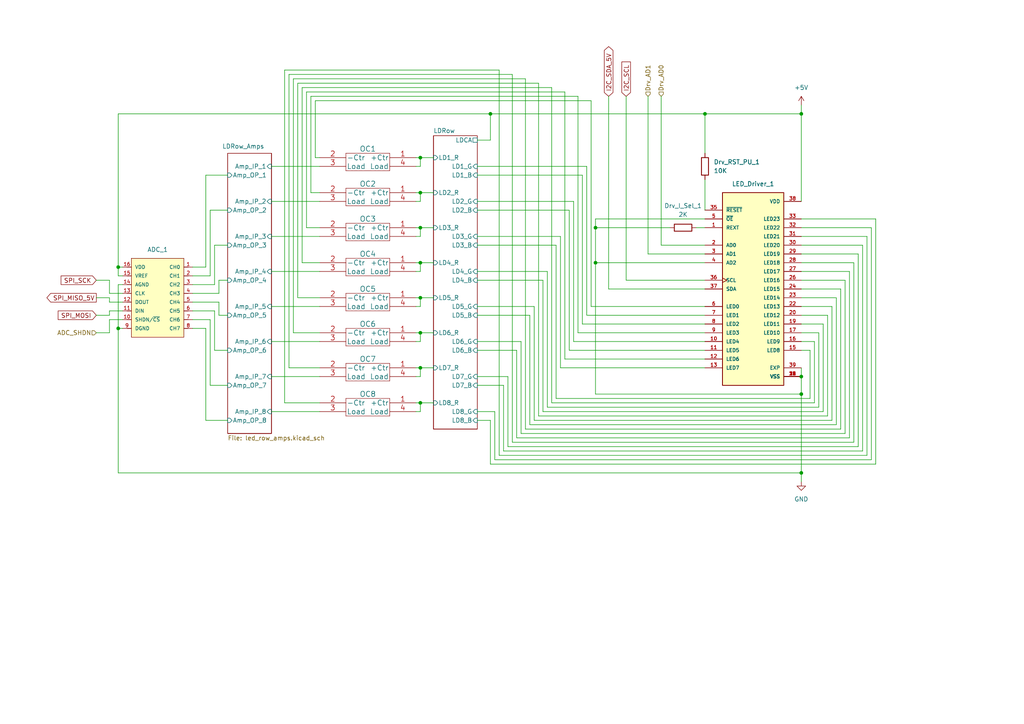
<source format=kicad_sch>
(kicad_sch (version 20211123) (generator eeschema)
  (paper "A4")
  (lib_symbols
    (symbol "ADC:MCU-MCP3008-I{brace}slash}P(DIP16-7.62MM)" (pin_names (offset 1.016))
      (property "Reference" "LED_Row_ADC_1" (at -0.381 15.24 0))
      (symbol "MCU-MCP3008-I{brace}slash}P(DIP16-7.62MM)_0_0"
        (rectangle (start -7.62 11.43) (end 7.62 -11.43) (stroke (width 0.1524)) (fill (type background)))
        (polyline (pts (xy -8.89 -8.89) (xy -7.62 -8.89)) (stroke (width 0.1524)))
        (polyline (pts (xy -8.89 -6.35) (xy -7.62 -6.35)) (stroke (width 0.1524)))
        (polyline (pts (xy -8.89 -3.81) (xy -7.62 -3.81)) (stroke (width 0.1524)))
        (polyline (pts (xy -8.89 -1.27) (xy -7.62 -1.27)) (stroke (width 0.1524)))
        (polyline (pts (xy -8.89 1.27) (xy -7.62 1.27)) (stroke (width 0.1524)))
        (polyline (pts (xy -8.89 3.81) (xy -7.62 3.81)) (stroke (width 0.1524)))
        (polyline (pts (xy -8.89 6.35) (xy -7.62 6.35)) (stroke (width 0.1524)))
        (polyline (pts (xy -8.89 8.89) (xy -7.62 8.89)) (stroke (width 0.1524)))
        (polyline (pts (xy 7.62 -8.89) (xy 8.89 -8.89)) (stroke (width 0.1524)))
        (polyline (pts (xy 7.62 -6.35) (xy 8.89 -6.35)) (stroke (width 0.1524)))
        (polyline (pts (xy 7.62 -3.81) (xy 8.89 -3.81)) (stroke (width 0.1524)))
        (polyline (pts (xy 7.62 -1.27) (xy 8.89 -1.27)) (stroke (width 0.1524)))
        (polyline (pts (xy 7.62 1.27) (xy 8.89 1.27)) (stroke (width 0.1524)))
        (polyline (pts (xy 7.62 3.81) (xy 8.89 3.81)) (stroke (width 0.1524)))
        (polyline (pts (xy 7.62 6.35) (xy 8.89 6.35)) (stroke (width 0.1524)))
        (polyline (pts (xy 7.62 8.89) (xy 8.89 8.89)) (stroke (width 0.1524)))
        (pin input line (at -10.16 8.89 0) (length 2.54) (name "CH0") (number "1"))
        (pin input line (at 10.16 -6.35 180) (length 2.54) (name "SHDN/~{CS}") (number "10"))
        (pin input line (at 10.16 -3.81 180) (length 2.54) (name "DIN") (number "11"))
        (pin output line (at 10.16 -1.27 180) (length 2.54) (name "DOUT") (number "12"))
        (pin input line (at 10.16 1.27 180) (length 2.54) (name "CLK") (number "13"))
        (pin power_in line (at 10.16 3.81 180) (length 2.54) (name "AGND") (number "14"))
        (pin input line (at 10.16 6.35 180) (length 2.54) (name "VREF") (number "15"))
        (pin power_in line (at 10.16 8.89 180) (length 2.54) (name "VDD") (number "16"))
        (pin input line (at -10.16 6.35 0) (length 2.54) (name "CH1") (number "2"))
        (pin input line (at -10.16 3.81 0) (length 2.54) (name "CH2") (number "3"))
        (pin input line (at -10.16 1.27 0) (length 2.54) (name "CH3") (number "4"))
        (pin input line (at -10.16 -1.27 0) (length 2.54) (name "CH4") (number "5"))
        (pin input line (at -10.16 -3.81 0) (length 2.54) (name "CH5") (number "6"))
        (pin input line (at -10.16 -6.35 0) (length 2.54) (name "CH6") (number "7"))
        (pin input line (at -10.16 -8.89 0) (length 2.54) (name "CH7") (number "8"))
        (pin input line (at 10.16 -8.89 180) (length 2.54) (name "DGND") (number "9"))
      )
    )
    (symbol "CPC1125N_1" (pin_names (offset 0.254))
      (property "Reference" "OC_1" (at 13.97 5.08 0))
      (symbol "CPC1125N_1_1_1"
        (polyline (pts (xy 7.62 -3.81) (xy 20.32 -3.81)) (stroke (width 0.127)))
        (polyline (pts (xy 7.62 1.27) (xy 7.62 -3.81)) (stroke (width 0.127)))
        (polyline (pts (xy 20.32 -3.81) (xy 20.32 1.27)) (stroke (width 0.127)))
        (polyline (pts (xy 20.32 1.27) (xy 7.62 1.27)) (stroke (width 0.127)))
        (pin unspecified line (at 0 0 0) (length 7.62) (name "+Ctr") (number "1"))
        (pin unspecified line (at 27.94 0 180) (length 7.62) (name "-Ctr") (number "2"))
        (pin unspecified line (at 27.94 -2.54 180) (length 7.62) (name "Load") (number "3"))
        (pin unspecified line (at 0 -2.54 0) (length 7.62) (name "Load") (number "4"))
      )
    )
    (symbol "Device:R" (pin_numbers hide) (pin_names (offset 0))
      (property "Reference" "R" (at 2.032 0 90))
      (property "Value" "R" (at 0 0 90))
      (symbol "R_0_1"
        (rectangle (start -1.016 -2.54) (end 1.016 2.54) (stroke (width 0.254)))
      )
      (symbol "R_1_1"
        (pin passive line (at 0 3.81 270) (length 1.27) (name "~") (number "1"))
        (pin passive line (at 0 -3.81 90) (length 1.27) (name "~") (number "2"))
      )
    )
    (symbol "LED Driver:PCA9956BTWY" (pin_names (offset 1.016))
      (property "Reference" "LED_Driver_1" (at 0 30.48 0))
      (symbol "PCA9956BTWY_0_0"
        (rectangle (start -8.89 27.94) (end 8.89 -27.94) (stroke (width 0.254)) (fill (type background)))
        (pin input line (at -13.97 17.78 0) (length 5.08) (name "REXT") (number "1"))
        (pin output line (at -13.97 -15.24 0) (length 5.08) (name "LED4") (number "10"))
        (pin output line (at -13.97 -17.78 0) (length 5.08) (name "LED5") (number "11"))
        (pin output line (at -13.97 -20.32 0) (length 5.08) (name "LED6") (number "12"))
        (pin output line (at -13.97 -22.86 0) (length 5.08) (name "LED7") (number "13"))
        (pin power_in line (at 13.97 -25.4 180) (length 5.08) (name "VSS") (number "14"))
        (pin output line (at 13.97 -17.78 180) (length 5.08) (name "LED8") (number "15"))
        (pin output line (at 13.97 -15.24 180) (length 5.08) (name "LED9") (number "16"))
        (pin output line (at 13.97 -12.7 180) (length 5.08) (name "LED10") (number "17"))
        (pin power_in line (at 13.97 -25.4 180) (length 5.08) (name "VSS") (number "18"))
        (pin output line (at 13.97 -10.16 180) (length 5.08) (name "LED11") (number "19"))
        (pin input line (at -13.97 12.7 0) (length 5.08) (name "AD0") (number "2"))
        (pin output line (at 13.97 -7.62 180) (length 5.08) (name "LED12") (number "20"))
        (pin power_in line (at 13.97 -25.4 180) (length 5.08) (name "VSS") (number "21"))
        (pin output line (at 13.97 -5.08 180) (length 5.08) (name "LED13") (number "22"))
        (pin output line (at 13.97 -2.54 180) (length 5.08) (name "LED14") (number "23"))
        (pin output line (at 13.97 0 180) (length 5.08) (name "LED15") (number "24"))
        (pin power_in line (at 13.97 -25.4 180) (length 5.08) (name "VSS") (number "25"))
        (pin output line (at 13.97 2.54 180) (length 5.08) (name "LED16") (number "26"))
        (pin output line (at 13.97 5.08 180) (length 5.08) (name "LED17") (number "27"))
        (pin output line (at 13.97 7.62 180) (length 5.08) (name "LED18") (number "28"))
        (pin output line (at 13.97 10.16 180) (length 5.08) (name "LED19") (number "29"))
        (pin input line (at -13.97 10.16 0) (length 5.08) (name "AD1") (number "3"))
        (pin output line (at 13.97 12.7 180) (length 5.08) (name "LED20") (number "30"))
        (pin output line (at 13.97 15.24 180) (length 5.08) (name "LED21") (number "31"))
        (pin output line (at 13.97 17.78 180) (length 5.08) (name "LED22") (number "32"))
        (pin output line (at 13.97 20.32 180) (length 5.08) (name "LED23") (number "33"))
        (pin power_in line (at 13.97 -25.4 180) (length 5.08) (name "VSS") (number "34"))
        (pin input line (at -13.97 22.86 0) (length 5.08) (name "~{RESET}") (number "35"))
        (pin input clock (at -13.97 2.54 0) (length 5.08) (name "SCL") (number "36"))
        (pin bidirectional line (at -13.97 0 0) (length 5.08) (name "SDA") (number "37"))
        (pin power_in line (at 13.97 25.4 180) (length 5.08) (name "VDD") (number "38"))
        (pin power_in line (at 13.97 -22.86 180) (length 5.08) (name "EXP") (number "39"))
        (pin input line (at -13.97 7.62 0) (length 5.08) (name "AD2") (number "4"))
        (pin input line (at -13.97 20.32 0) (length 5.08) (name "~{OE}") (number "5"))
        (pin output line (at -13.97 -5.08 0) (length 5.08) (name "LED0") (number "6"))
        (pin output line (at -13.97 -7.62 0) (length 5.08) (name "LED1") (number "7"))
        (pin output line (at -13.97 -10.16 0) (length 5.08) (name "LED2") (number "8"))
        (pin output line (at -13.97 -12.7 0) (length 5.08) (name "LED3") (number "9"))
      )
    )
    (symbol "power:+5V" (power) (pin_names (offset 0))
      (property "Value" "+5V" (at 0 3.556 0))
      (symbol "+5V_0_1"
        (polyline (pts (xy -0.762 1.27) (xy 0 2.54)))
        (polyline (pts (xy 0 0) (xy 0 2.54)))
        (polyline (pts (xy 0 2.54) (xy 0.762 1.27)))
      )
      (symbol "+5V_1_1"
        (pin power_in line (at 0 0 90) (length 0) hide (name "+5V") (number "1"))
      )
    )
    (symbol "power:GND" (power) (pin_names (offset 0))
      (property "Value" "GND" (at 0 -3.81 0))
      (symbol "GND_0_1"
        (polyline (pts (xy 0 0) (xy 0 -1.27) (xy 1.27 -1.27) (xy 0 -2.54) (xy -1.27 -1.27) (xy 0 -1.27)))
      )
      (symbol "GND_1_1"
        (pin power_in line (at 0 0 270) (length 0) hide (name "GND") (number "1"))
      )
    )
  )
  (junction (at 34.29 95.25))
  (junction (at 172.72 76.2))
  (junction (at 232.41 114.3))
  (junction (at 121.92 55.88))
  (junction (at 172.72 66.04))
  (junction (at 121.92 86.36))
  (junction (at 121.92 76.2))
  (junction (at 121.92 106.68))
  (junction (at 232.41 33.02))
  (junction (at 34.29 77.47))
  (junction (at 121.92 66.04))
  (junction (at 232.41 109.22))
  (junction (at 121.92 116.84))
  (junction (at 232.41 137.16))
  (junction (at 121.92 45.72))
  (junction (at 204.47 33.02))
  (junction (at 142.24 33.02))
  (junction (at 121.92 96.52))
  (wire (pts (xy 237.49 96.52) (xy 232.41 96.52)))
  (wire (pts (xy 148.59 21.59) (xy 148.59 128.27)))
  (wire (pts (xy 167.64 27.94) (xy 167.64 96.52)))
  (wire (pts (xy 120.65 116.84) (xy 121.92 116.84)))
  (wire (pts (xy 121.92 106.68) (xy 125.73 106.68)))
  (wire (pts (xy 241.3 121.92) (xy 241.3 88.9)))
  (wire (pts (xy 66.04 91.44) (xy 63.5 91.44)))
  (wire (pts (xy 254 63.5) (xy 232.41 63.5)))
  (wire (pts (xy 121.92 68.58) (xy 121.92 66.04)))
  (wire (pts (xy 245.11 81.28) (xy 232.41 81.28)))
  (wire (pts (xy 92.71 76.2) (xy 87.63 76.2)))
  (wire (pts (xy 172.72 66.04) (xy 172.72 63.5)))
  (wire (pts (xy 138.43 91.44) (xy 153.67 91.44)))
  (wire (pts (xy 78.74 48.26) (xy 92.71 48.26)))
  (wire (pts (xy 31.75 96.52) (xy 31.75 92.71)))
  (wire (pts (xy 163.83 26.67) (xy 163.83 104.14)))
  (wire (pts (xy 232.41 106.68) (xy 232.41 109.22)))
  (wire (pts (xy 66.04 71.12) (xy 62.23 71.12)))
  (wire (pts (xy 120.65 109.22) (xy 121.92 109.22)))
  (wire (pts (xy 243.84 83.82) (xy 232.41 83.82)))
  (wire (pts (xy 232.41 66.04) (xy 252.73 66.04)))
  (wire (pts (xy 34.29 77.47) (xy 34.29 80.01)))
  (wire (pts (xy 78.74 78.74) (xy 92.71 78.74)))
  (wire (pts (xy 120.65 96.52) (xy 121.92 96.52)))
  (wire (pts (xy 191.77 27.94) (xy 191.77 71.12)))
  (wire (pts (xy 138.43 88.9) (xy 154.94 88.9)))
  (wire (pts (xy 34.29 80.01) (xy 35.56 80.01)))
  (wire (pts (xy 120.65 78.74) (xy 121.92 78.74)))
  (wire (pts (xy 232.41 114.3) (xy 232.41 137.16)))
  (wire (pts (xy 144.78 132.08) (xy 251.46 132.08)))
  (wire (pts (xy 120.65 88.9) (xy 121.92 88.9)))
  (wire (pts (xy 242.57 123.19) (xy 242.57 86.36)))
  (wire (pts (xy 165.1 60.96) (xy 165.1 101.6)))
  (wire (pts (xy 236.22 116.84) (xy 236.22 99.06)))
  (wire (pts (xy 59.69 50.8) (xy 59.69 77.47)))
  (wire (pts (xy 82.55 20.32) (xy 144.78 20.32)))
  (wire (pts (xy 92.71 106.68) (xy 83.82 106.68)))
  (wire (pts (xy 166.37 99.06) (xy 204.47 99.06)))
  (wire (pts (xy 181.61 27.94) (xy 181.61 81.28)))
  (wire (pts (xy 83.82 106.68) (xy 83.82 21.59)))
  (wire (pts (xy 201.93 66.04) (xy 204.47 66.04)))
  (wire (pts (xy 161.29 71.12) (xy 161.29 115.57)))
  (wire (pts (xy 172.72 66.04) (xy 194.31 66.04)))
  (wire (pts (xy 246.38 127) (xy 246.38 78.74)))
  (wire (pts (xy 172.72 76.2) (xy 172.72 66.04)))
  (wire (pts (xy 138.43 60.96) (xy 165.1 60.96)))
  (wire (pts (xy 168.91 50.8) (xy 168.91 93.98)))
  (wire (pts (xy 160.02 116.84) (xy 236.22 116.84)))
  (wire (pts (xy 240.03 91.44) (xy 232.41 91.44)))
  (wire (pts (xy 62.23 90.17) (xy 55.88 90.17)))
  (wire (pts (xy 232.41 114.3) (xy 172.72 114.3)))
  (wire (pts (xy 121.92 99.06) (xy 121.92 96.52)))
  (wire (pts (xy 60.96 92.71) (xy 55.88 92.71)))
  (wire (pts (xy 62.23 71.12) (xy 62.23 82.55)))
  (wire (pts (xy 248.92 129.54) (xy 248.92 73.66)))
  (wire (pts (xy 242.57 86.36) (xy 232.41 86.36)))
  (wire (pts (xy 92.71 55.88) (xy 90.17 55.88)))
  (wire (pts (xy 120.65 66.04) (xy 121.92 66.04)))
  (wire (pts (xy 138.43 121.92) (xy 142.24 121.92)))
  (wire (pts (xy 63.5 81.28) (xy 63.5 85.09)))
  (wire (pts (xy 63.5 91.44) (xy 63.5 87.63)))
  (wire (pts (xy 251.46 68.58) (xy 232.41 68.58)))
  (wire (pts (xy 138.43 68.58) (xy 162.56 68.58)))
  (wire (pts (xy 138.43 71.12) (xy 161.29 71.12)))
  (wire (pts (xy 143.51 133.35) (xy 252.73 133.35)))
  (wire (pts (xy 121.92 55.88) (xy 125.73 55.88)))
  (wire (pts (xy 167.64 96.52) (xy 204.47 96.52)))
  (wire (pts (xy 120.65 106.68) (xy 121.92 106.68)))
  (wire (pts (xy 91.44 45.72) (xy 91.44 29.21)))
  (wire (pts (xy 120.65 119.38) (xy 121.92 119.38)))
  (wire (pts (xy 121.92 76.2) (xy 125.73 76.2)))
  (wire (pts (xy 252.73 133.35) (xy 252.73 66.04)))
  (wire (pts (xy 34.29 95.25) (xy 34.29 137.16)))
  (wire (pts (xy 27.94 86.36) (xy 31.75 86.36)))
  (wire (pts (xy 121.92 45.72) (xy 125.73 45.72)))
  (wire (pts (xy 120.65 45.72) (xy 121.92 45.72)))
  (wire (pts (xy 60.96 60.96) (xy 60.96 80.01)))
  (wire (pts (xy 247.65 76.2) (xy 232.41 76.2)))
  (wire (pts (xy 153.67 123.19) (xy 242.57 123.19)))
  (wire (pts (xy 121.92 88.9) (xy 121.92 86.36)))
  (wire (pts (xy 90.17 27.94) (xy 167.64 27.94)))
  (wire (pts (xy 90.17 55.88) (xy 90.17 27.94)))
  (wire (pts (xy 34.29 137.16) (xy 232.41 137.16)))
  (wire (pts (xy 66.04 50.8) (xy 59.69 50.8)))
  (wire (pts (xy 250.19 71.12) (xy 232.41 71.12)))
  (wire (pts (xy 60.96 80.01) (xy 55.88 80.01)))
  (wire (pts (xy 121.92 48.26) (xy 121.92 45.72)))
  (wire (pts (xy 138.43 81.28) (xy 157.48 81.28)))
  (wire (pts (xy 138.43 58.42) (xy 166.37 58.42)))
  (wire (pts (xy 168.91 93.98) (xy 204.47 93.98)))
  (wire (pts (xy 144.78 20.32) (xy 144.78 132.08)))
  (wire (pts (xy 171.45 29.21) (xy 171.45 88.9)))
  (wire (pts (xy 236.22 99.06) (xy 232.41 99.06)))
  (wire (pts (xy 78.74 99.06) (xy 92.71 99.06)))
  (wire (pts (xy 59.69 77.47) (xy 55.88 77.47)))
  (wire (pts (xy 31.75 91.44) (xy 31.75 90.17)))
  (wire (pts (xy 31.75 92.71) (xy 35.56 92.71)))
  (wire (pts (xy 120.65 68.58) (xy 121.92 68.58)))
  (wire (pts (xy 34.29 95.25) (xy 35.56 95.25)))
  (wire (pts (xy 142.24 40.64) (xy 142.24 33.02)))
  (wire (pts (xy 66.04 121.92) (xy 59.69 121.92)))
  (wire (pts (xy 171.45 88.9) (xy 204.47 88.9)))
  (wire (pts (xy 245.11 125.73) (xy 245.11 81.28)))
  (wire (pts (xy 78.74 68.58) (xy 92.71 68.58)))
  (wire (pts (xy 66.04 101.6) (xy 62.23 101.6)))
  (wire (pts (xy 138.43 119.38) (xy 143.51 119.38)))
  (wire (pts (xy 92.71 66.04) (xy 88.9 66.04)))
  (wire (pts (xy 27.94 81.28) (xy 31.75 81.28)))
  (wire (pts (xy 204.47 33.02) (xy 204.47 44.45)))
  (wire (pts (xy 92.71 116.84) (xy 82.55 116.84)))
  (wire (pts (xy 120.65 86.36) (xy 121.92 86.36)))
  (wire (pts (xy 34.29 77.47) (xy 34.29 33.02)))
  (wire (pts (xy 237.49 118.11) (xy 237.49 96.52)))
  (wire (pts (xy 246.38 78.74) (xy 232.41 78.74)))
  (wire (pts (xy 78.74 58.42) (xy 92.71 58.42)))
  (wire (pts (xy 251.46 132.08) (xy 251.46 68.58)))
  (wire (pts (xy 162.56 106.68) (xy 204.47 106.68)))
  (wire (pts (xy 152.4 124.46) (xy 243.84 124.46)))
  (wire (pts (xy 120.65 58.42) (xy 121.92 58.42)))
  (wire (pts (xy 232.41 30.48) (xy 232.41 33.02)))
  (wire (pts (xy 187.96 73.66) (xy 204.47 73.66)))
  (wire (pts (xy 176.53 83.82) (xy 204.47 83.82)))
  (wire (pts (xy 88.9 66.04) (xy 88.9 26.67)))
  (wire (pts (xy 247.65 128.27) (xy 247.65 76.2)))
  (wire (pts (xy 172.72 114.3) (xy 172.72 76.2)))
  (wire (pts (xy 176.53 27.94) (xy 176.53 83.82)))
  (wire (pts (xy 62.23 82.55) (xy 55.88 82.55)))
  (wire (pts (xy 240.03 120.65) (xy 240.03 91.44)))
  (wire (pts (xy 191.77 71.12) (xy 204.47 71.12)))
  (wire (pts (xy 27.94 96.52) (xy 31.75 96.52)))
  (wire (pts (xy 35.56 77.47) (xy 34.29 77.47)))
  (wire (pts (xy 120.65 55.88) (xy 121.92 55.88)))
  (wire (pts (xy 92.71 86.36) (xy 86.36 86.36)))
  (wire (pts (xy 78.74 88.9) (xy 92.71 88.9)))
  (wire (pts (xy 91.44 29.21) (xy 171.45 29.21)))
  (wire (pts (xy 232.41 109.22) (xy 232.41 114.3)))
  (wire (pts (xy 31.75 87.63) (xy 35.56 87.63)))
  (wire (pts (xy 157.48 81.28) (xy 157.48 119.38)))
  (wire (pts (xy 187.96 27.94) (xy 187.96 73.66)))
  (wire (pts (xy 138.43 78.74) (xy 158.75 78.74)))
  (wire (pts (xy 146.05 130.81) (xy 250.19 130.81)))
  (wire (pts (xy 138.43 48.26) (xy 170.18 48.26)))
  (wire (pts (xy 121.92 96.52) (xy 125.73 96.52)))
  (wire (pts (xy 121.92 116.84) (xy 125.73 116.84)))
  (wire (pts (xy 151.13 125.73) (xy 245.11 125.73)))
  (wire (pts (xy 234.95 115.57) (xy 234.95 101.6)))
  (wire (pts (xy 156.21 120.65) (xy 240.03 120.65)))
  (wire (pts (xy 143.51 119.38) (xy 143.51 133.35)))
  (wire (pts (xy 172.72 76.2) (xy 204.47 76.2)))
  (wire (pts (xy 162.56 68.58) (xy 162.56 106.68)))
  (wire (pts (xy 142.24 121.92) (xy 142.24 134.62)))
  (wire (pts (xy 138.43 111.76) (xy 146.05 111.76)))
  (wire (pts (xy 170.18 91.44) (xy 204.47 91.44)))
  (wire (pts (xy 254 134.62) (xy 254 63.5)))
  (wire (pts (xy 59.69 121.92) (xy 59.69 95.25)))
  (wire (pts (xy 149.86 127) (xy 246.38 127)))
  (wire (pts (xy 138.43 40.64) (xy 142.24 40.64)))
  (wire (pts (xy 88.9 26.67) (xy 163.83 26.67)))
  (wire (pts (xy 138.43 101.6) (xy 149.86 101.6)))
  (wire (pts (xy 250.19 130.81) (xy 250.19 71.12)))
  (wire (pts (xy 142.24 134.62) (xy 254 134.62)))
  (wire (pts (xy 121.92 109.22) (xy 121.92 106.68)))
  (wire (pts (xy 120.65 76.2) (xy 121.92 76.2)))
  (wire (pts (xy 66.04 60.96) (xy 60.96 60.96)))
  (wire (pts (xy 31.75 81.28) (xy 31.75 85.09)))
  (wire (pts (xy 63.5 87.63) (xy 55.88 87.63)))
  (wire (pts (xy 85.09 22.86) (xy 152.4 22.86)))
  (wire (pts (xy 142.24 33.02) (xy 204.47 33.02)))
  (wire (pts (xy 232.41 33.02) (xy 232.41 58.42)))
  (wire (pts (xy 147.32 109.22) (xy 147.32 129.54)))
  (wire (pts (xy 238.76 93.98) (xy 232.41 93.98)))
  (wire (pts (xy 146.05 111.76) (xy 146.05 130.81)))
  (wire (pts (xy 243.84 124.46) (xy 243.84 83.82)))
  (wire (pts (xy 121.92 58.42) (xy 121.92 55.88)))
  (wire (pts (xy 154.94 88.9) (xy 154.94 121.92)))
  (wire (pts (xy 87.63 25.4) (xy 160.02 25.4)))
  (wire (pts (xy 241.3 88.9) (xy 232.41 88.9)))
  (wire (pts (xy 120.65 48.26) (xy 121.92 48.26)))
  (wire (pts (xy 138.43 109.22) (xy 147.32 109.22)))
  (wire (pts (xy 35.56 82.55) (xy 34.29 82.55)))
  (wire (pts (xy 66.04 111.76) (xy 60.96 111.76)))
  (wire (pts (xy 172.72 63.5) (xy 204.47 63.5)))
  (wire (pts (xy 66.04 81.28) (xy 63.5 81.28)))
  (wire (pts (xy 59.69 95.25) (xy 55.88 95.25)))
  (wire (pts (xy 62.23 101.6) (xy 62.23 90.17)))
  (wire (pts (xy 166.37 58.42) (xy 166.37 99.06)))
  (wire (pts (xy 86.36 24.13) (xy 156.21 24.13)))
  (wire (pts (xy 78.74 109.22) (xy 92.71 109.22)))
  (wire (pts (xy 158.75 118.11) (xy 237.49 118.11)))
  (wire (pts (xy 34.29 82.55) (xy 34.29 95.25)))
  (wire (pts (xy 82.55 116.84) (xy 82.55 20.32)))
  (wire (pts (xy 121.92 119.38) (xy 121.92 116.84)))
  (wire (pts (xy 147.32 129.54) (xy 248.92 129.54)))
  (wire (pts (xy 151.13 99.06) (xy 151.13 125.73)))
  (wire (pts (xy 86.36 86.36) (xy 86.36 24.13)))
  (wire (pts (xy 160.02 25.4) (xy 160.02 116.84)))
  (wire (pts (xy 121.92 78.74) (xy 121.92 76.2)))
  (wire (pts (xy 60.96 111.76) (xy 60.96 92.71)))
  (wire (pts (xy 204.47 33.02) (xy 232.41 33.02)))
  (wire (pts (xy 161.29 115.57) (xy 234.95 115.57)))
  (wire (pts (xy 83.82 21.59) (xy 148.59 21.59)))
  (wire (pts (xy 238.76 119.38) (xy 238.76 93.98)))
  (wire (pts (xy 31.75 85.09) (xy 35.56 85.09)))
  (wire (pts (xy 232.41 137.16) (xy 232.41 139.7)))
  (wire (pts (xy 163.83 104.14) (xy 204.47 104.14)))
  (wire (pts (xy 121.92 86.36) (xy 125.73 86.36)))
  (wire (pts (xy 34.29 33.02) (xy 142.24 33.02)))
  (wire (pts (xy 148.59 128.27) (xy 247.65 128.27)))
  (wire (pts (xy 157.48 119.38) (xy 238.76 119.38)))
  (wire (pts (xy 181.61 81.28) (xy 204.47 81.28)))
  (wire (pts (xy 138.43 50.8) (xy 168.91 50.8)))
  (wire (pts (xy 31.75 86.36) (xy 31.75 87.63)))
  (wire (pts (xy 156.21 24.13) (xy 156.21 120.65)))
  (wire (pts (xy 248.92 73.66) (xy 232.41 73.66)))
  (wire (pts (xy 92.71 96.52) (xy 85.09 96.52)))
  (wire (pts (xy 87.63 76.2) (xy 87.63 25.4)))
  (wire (pts (xy 63.5 85.09) (xy 55.88 85.09)))
  (wire (pts (xy 138.43 99.06) (xy 151.13 99.06)))
  (wire (pts (xy 120.65 99.06) (xy 121.92 99.06)))
  (wire (pts (xy 78.74 119.38) (xy 92.71 119.38)))
  (wire (pts (xy 152.4 22.86) (xy 152.4 124.46)))
  (wire (pts (xy 121.92 66.04) (xy 125.73 66.04)))
  (wire (pts (xy 158.75 78.74) (xy 158.75 118.11)))
  (wire (pts (xy 27.94 91.44) (xy 31.75 91.44)))
  (wire (pts (xy 92.71 45.72) (xy 91.44 45.72)))
  (wire (pts (xy 204.47 52.07) (xy 204.47 60.96)))
  (wire (pts (xy 31.75 90.17) (xy 35.56 90.17)))
  (wire (pts (xy 85.09 96.52) (xy 85.09 22.86)))
  (wire (pts (xy 149.86 101.6) (xy 149.86 127)))
  (wire (pts (xy 153.67 91.44) (xy 153.67 123.19)))
  (wire (pts (xy 234.95 101.6) (xy 232.41 101.6)))
  (wire (pts (xy 165.1 101.6) (xy 204.47 101.6)))
  (wire (pts (xy 154.94 121.92) (xy 241.3 121.92)))
  (wire (pts (xy 170.18 48.26) (xy 170.18 91.44)))
  (global_label "I2C_SDA_5V" (shape bidirectional) (at 176.53 27.94 90) (property "Intersheet References" "${INTERSHEET_REFS}" (effects hide)))
  (global_label "SPI_MOSI" (shape input) (at 27.94 91.44 180) (property "Intersheet References" "${INTERSHEET_REFS}" (effects hide)))
  (global_label "I2C_SCL" (shape input) (at 181.61 27.94 90) (property "Intersheet References" "${INTERSHEET_REFS}" (effects hide)))
  (global_label "SPI_MISO_5V" (shape output) (at 27.94 86.36 180) (property "Intersheet References" "${INTERSHEET_REFS}" (effects hide)))
  (global_label "SPI_SCK" (shape input) (at 27.94 81.28 180) (property "Intersheet References" "${INTERSHEET_REFS}" (effects hide)))
  (hierarchical_label "ADC_SHDN" (shape input) (at 27.94 96.52 180))
  (hierarchical_label "Drv_AD1" (shape input) (at 187.96 27.94 90))
  (hierarchical_label "Drv_AD0" (shape input) (at 191.77 27.94 90))
  (symbol (lib_name "CPC1125N_1") (lib_id "Opto-coupler:CPC1125N") (at 120.65 86.36 0) (mirror y) (unit 1)
    (property "Reference" "OC5" (at 106.68 83.82 0) (effects (font (size 1.524 1.524))))
    (property "Value" "CPC1125N" (effects hide))
    (property "Footprint" "Opto-coupler:footprints" (effects hide))
  )
  (symbol (lib_name "CPC1125N_1") (lib_id "Opto-coupler:CPC1125N") (at 120.65 116.84 0) (mirror y) (unit 1)
    (property "Reference" "OC8" (at 106.68 114.3 0) (effects (font (size 1.524 1.524))))
    (property "Value" "CPC1125N" (effects hide))
    (property "Footprint" "Opto-coupler:footprints" (effects hide))
  )
  (symbol (lib_id "ADC:MCU-MCP3008-I{brace}slash}P(DIP16-7.62MM)") (at 45.72 86.36 0) (mirror y) (unit 1)
    (property "Reference" "ADC_1" (at 45.72 72.39 0))
    (property "Value" "MCU-MCP3008-I/P(DIP16-7.62MM)" (effects hide))
    (property "Footprint" "ADC:MCP3008-I&slash_P" (effects hide))
    (property "MPN" "MCP3008-I/P" (effects hide))
    (property "VALUE" "MCP3008-I/P-DIP16" (effects hide))
  )
  (symbol (lib_name "CPC1125N_1") (lib_id "Opto-coupler:CPC1125N") (at 120.65 96.52 0) (mirror y) (unit 1)
    (property "Reference" "OC6" (at 106.68 93.98 0) (effects (font (size 1.524 1.524))))
    (property "Value" "CPC1125N" (effects hide))
    (property "Footprint" "Opto-coupler:footprints" (effects hide))
  )
  (symbol (lib_name "CPC1125N_1") (lib_id "Opto-coupler:CPC1125N") (at 120.65 55.88 0) (mirror y) (unit 1)
    (property "Reference" "OC2" (at 106.68 53.34 0) (effects (font (size 1.524 1.524))))
    (property "Value" "CPC1125N" (effects hide))
    (property "Footprint" "Opto-coupler:footprints" (effects hide))
  )
  (symbol (lib_id "Device:R") (at 198.12 66.04 90) (mirror x) (unit 1)
    (property "Reference" "Drv_I_Sel_1" (at 198.12 59.69 90))
    (property "Value" "2K" (at 198.12 62.23 90))
    (property "Footprint" "Resistor_THT:R_Axial_DIN0207_L6.3mm_D2.5mm_P7.62mm_Horizontal" (effects hide))
  )
  (symbol (lib_id "LED Driver:PCA9956BTWY") (at 218.44 83.82 0) (unit 1)
    (property "Reference" "LED_Driver_1" (at 218.44 53.34 0))
    (property "Value" "PCA9956BTWY" (effects hide))
    (property "Footprint" "LED Driver:SOP50P640X110-39N" (effects hide))
    (property "PARTREV" "1.1" (effects hide))
    (property "MAXIMUM_PACKAGE_HEIGHT" "1.1mm" (effects hide))
    (property "MANUFACTURER" "NXP" (effects hide))
    (property "STANDARD" "IPC7351B" (effects hide))
  )
  (symbol (lib_name "CPC1125N_1") (lib_id "Opto-coupler:CPC1125N") (at 120.65 106.68 0) (mirror y) (unit 1)
    (property "Reference" "OC7" (at 106.68 104.14 0) (effects (font (size 1.524 1.524))))
    (property "Value" "CPC1125N" (effects hide))
    (property "Footprint" "Opto-coupler:footprints" (effects hide))
  )
  (symbol (lib_name "CPC1125N_1") (lib_id "Opto-coupler:CPC1125N") (at 120.65 66.04 0) (mirror y) (unit 1)
    (property "Reference" "OC3" (at 106.68 63.5 0) (effects (font (size 1.524 1.524))))
    (property "Value" "CPC1125N" (effects hide))
    (property "Footprint" "Opto-coupler:footprints" (effects hide))
  )
  (symbol (lib_id "power:+5V") (at 232.41 30.48 0) (unit 1)
    (property "Reference" "#PWR0106" (effects hide))
    (property "Value" "+5V" (at 232.41 25.4 0))
  )
  (symbol (lib_name "CPC1125N_1") (lib_id "Opto-coupler:CPC1125N") (at 120.65 76.2 0) (mirror y) (unit 1)
    (property "Reference" "OC4" (at 106.68 73.66 0) (effects (font (size 1.524 1.524))))
    (property "Value" "CPC1125N" (effects hide))
    (property "Footprint" "Opto-coupler:footprints" (effects hide))
  )
  (symbol (lib_id "power:GND") (at 232.41 139.7 0) (unit 1)
    (property "Reference" "#PWR0105" (effects hide))
    (property "Value" "GND" (at 232.41 144.78 0))
  )
  (symbol (lib_id "Device:R") (at 204.47 48.26 0) (unit 1)
    (property "Reference" "Drv_RST_PU_1" (at 207.01 46.9899 0) (effects (justify left)))
    (property "Value" "10K" (at 207.01 49.5299 0) (effects (justify left)))
    (property "Footprint" "Resistor_THT:R_Axial_DIN0207_L6.3mm_D2.5mm_P7.62mm_Horizontal" (effects hide))
  )
  (symbol (lib_name "CPC1125N_1") (lib_id "Opto-coupler:CPC1125N") (at 120.65 45.72 0) (mirror y) (unit 1)
    (property "Reference" "OC1" (at 106.68 43.18 0) (effects (font (size 1.524 1.524))))
    (property "Value" "CPC1125N" (effects hide))
    (property "Footprint" "Opto-coupler:footprints" (effects hide))
  )
  (sheet (at 125.73 39.37) (size 12.7 85.09) (stroke (width 0.1524))
    (property "Sheet name" "LDRow" (at 125.73 38.6584 0) (effects (justify left bottom)))
    (property "Sheet file" "led_row.kicad_sch" (effects hide))
    (pin "LD4_R" input (at 125.73 76.2 180))
    (pin "LD4_B" input (at 138.43 81.28 0))
    (pin "LD4_G" input (at 138.43 78.74 0))
    (pin "LDCA" passive (at 138.43 40.64 0))
    (pin "LD6_R" input (at 125.73 96.52 180))
    (pin "LD5_G" input (at 138.43 88.9 0))
    (pin "LD6_B" input (at 138.43 101.6 0))
    (pin "LD5_R" input (at 125.73 86.36 180))
    (pin "LD5_B" input (at 138.43 91.44 0))
    (pin "LD6_G" input (at 138.43 99.06 0))
    (pin "LD7_G" input (at 138.43 109.22 0))
    (pin "LD7_R" input (at 125.73 106.68 180))
    (pin "LD7_B" input (at 138.43 111.76 0))
    (pin "LD1_G" input (at 138.43 48.26 0))
    (pin "LD1_R" input (at 125.73 45.72 180))
    (pin "LD1_B" input (at 138.43 50.8 0))
    (pin "LD2_B" input (at 138.43 60.96 0))
    (pin "LD2_R" input (at 125.73 55.88 180))
    (pin "LD2_G" input (at 138.43 58.42 0))
    (pin "LD3_G" input (at 138.43 68.58 0))
    (pin "LD3_R" input (at 125.73 66.04 180))
    (pin "LD3_B" input (at 138.43 71.12 0))
    (pin "LD8_B" input (at 138.43 121.92 0))
    (pin "LD8_R" input (at 125.73 116.84 180))
    (pin "LD8_G" input (at 138.43 119.38 0))
  )
  (sheet (at 66.04 44.45) (size 12.7 81.28) (stroke (width 0.1524))
    (property "Sheet name" " LDRow_Amps" (at 63.5 43.18 0) (effects (justify left bottom)))
    (property "Sheet file" "led_row_amps.kicad_sch" (at 66.04 126.3146 0) (effects (justify left top)))
    (pin "Amp_OP_4" input (at 66.04 81.28 180))
    (pin "Amp_OP_1" input (at 66.04 50.8 180))
    (pin "Amp_OP_3" input (at 66.04 71.12 180))
    (pin "Amp_OP_2" input (at 66.04 60.96 180))
    (pin "Amp_OP_7" input (at 66.04 111.76 180))
    (pin "Amp_OP_6" input (at 66.04 101.6 180))
    (pin "Amp_OP_8" input (at 66.04 121.92 180))
    (pin "Amp_OP_5" input (at 66.04 91.44 180))
    (pin "Amp_IP_2" input (at 78.74 58.42 0))
    (pin "Amp_IP_1" input (at 78.74 48.26 0))
    (pin "Amp_IP_4" input (at 78.74 78.74 0))
    (pin "Amp_IP_3" input (at 78.74 68.58 0))
    (pin "Amp_IP_7" input (at 78.74 109.22 0))
    (pin "Amp_IP_8" input (at 78.74 119.38 0))
    (pin "Amp_IP_6" input (at 78.74 99.06 0))
    (pin "Amp_IP_5" input (at 78.74 88.9 0))
  )
)
</source>
